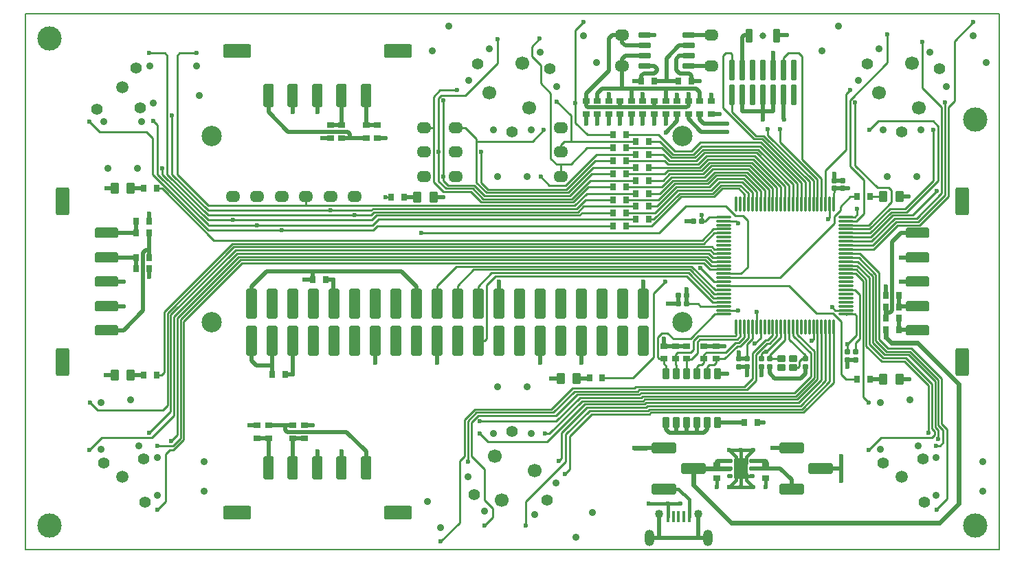
<source format=gbl>
G04*
G04 #@! TF.GenerationSoftware,Altium Limited,Altium Designer,19.0.10 (269)*
G04*
G04 Layer_Physical_Order=4*
G04 Layer_Color=16711680*
%FSLAX44Y44*%
%MOMM*%
G71*
G01*
G75*
%ADD14C,0.2000*%
%ADD16C,1.7000*%
%ADD17C,1.4000*%
%ADD19C,1.5000*%
%ADD20C,0.8000*%
%ADD21O,1.2000X2.0000*%
%ADD22C,1.0160*%
%ADD23C,2.5000*%
%ADD24C,3.0000*%
%ADD25C,0.2500*%
%ADD26C,0.5000*%
%ADD27C,0.6000*%
%ADD28C,0.8800*%
%ADD29O,1.8000X1.4000*%
%ADD30C,0.6000*%
G04:AMPARAMS|DCode=43|XSize=1.1mm|YSize=1.35mm|CornerRadius=0.1375mm|HoleSize=0mm|Usage=FLASHONLY|Rotation=180.000|XOffset=0mm|YOffset=0mm|HoleType=Round|Shape=RoundedRectangle|*
%AMROUNDEDRECTD43*
21,1,1.1000,1.0750,0,0,180.0*
21,1,0.8250,1.3500,0,0,180.0*
1,1,0.2750,-0.4125,0.5375*
1,1,0.2750,0.4125,0.5375*
1,1,0.2750,0.4125,-0.5375*
1,1,0.2750,-0.4125,-0.5375*
%
%ADD43ROUNDEDRECTD43*%
G04:AMPARAMS|DCode=44|XSize=0.75mm|YSize=0.9mm|CornerRadius=0.0938mm|HoleSize=0mm|Usage=FLASHONLY|Rotation=180.000|XOffset=0mm|YOffset=0mm|HoleType=Round|Shape=RoundedRectangle|*
%AMROUNDEDRECTD44*
21,1,0.7500,0.7125,0,0,180.0*
21,1,0.5625,0.9000,0,0,180.0*
1,1,0.1875,-0.2813,0.3563*
1,1,0.1875,0.2813,0.3563*
1,1,0.1875,0.2813,-0.3563*
1,1,0.1875,-0.2813,-0.3563*
%
%ADD44ROUNDEDRECTD44*%
G04:AMPARAMS|DCode=45|XSize=0.8mm|YSize=1.3mm|CornerRadius=0.1mm|HoleSize=0mm|Usage=FLASHONLY|Rotation=0.000|XOffset=0mm|YOffset=0mm|HoleType=Round|Shape=RoundedRectangle|*
%AMROUNDEDRECTD45*
21,1,0.8000,1.1000,0,0,0.0*
21,1,0.6000,1.3000,0,0,0.0*
1,1,0.2000,0.3000,-0.5500*
1,1,0.2000,-0.3000,-0.5500*
1,1,0.2000,-0.3000,0.5500*
1,1,0.2000,0.3000,0.5500*
%
%ADD45ROUNDEDRECTD45*%
G04:AMPARAMS|DCode=46|XSize=0.6mm|YSize=0.6mm|CornerRadius=0.075mm|HoleSize=0mm|Usage=FLASHONLY|Rotation=0.000|XOffset=0mm|YOffset=0mm|HoleType=Round|Shape=RoundedRectangle|*
%AMROUNDEDRECTD46*
21,1,0.6000,0.4500,0,0,0.0*
21,1,0.4500,0.6000,0,0,0.0*
1,1,0.1500,0.2250,-0.2250*
1,1,0.1500,-0.2250,-0.2250*
1,1,0.1500,-0.2250,0.2250*
1,1,0.1500,0.2250,0.2250*
%
%ADD46ROUNDEDRECTD46*%
G04:AMPARAMS|DCode=47|XSize=0.8mm|YSize=1.7mm|CornerRadius=0.1mm|HoleSize=0mm|Usage=FLASHONLY|Rotation=0.000|XOffset=0mm|YOffset=0mm|HoleType=Round|Shape=RoundedRectangle|*
%AMROUNDEDRECTD47*
21,1,0.8000,1.5000,0,0,0.0*
21,1,0.6000,1.7000,0,0,0.0*
1,1,0.2000,0.3000,-0.7500*
1,1,0.2000,-0.3000,-0.7500*
1,1,0.2000,-0.3000,0.7500*
1,1,0.2000,0.3000,0.7500*
%
%ADD47ROUNDEDRECTD47*%
G04:AMPARAMS|DCode=48|XSize=0.6mm|YSize=2.5mm|CornerRadius=0.075mm|HoleSize=0mm|Usage=FLASHONLY|Rotation=180.000|XOffset=0mm|YOffset=0mm|HoleType=Round|Shape=RoundedRectangle|*
%AMROUNDEDRECTD48*
21,1,0.6000,2.3500,0,0,180.0*
21,1,0.4500,2.5000,0,0,180.0*
1,1,0.1500,-0.2250,1.1750*
1,1,0.1500,0.2250,1.1750*
1,1,0.1500,0.2250,-1.1750*
1,1,0.1500,-0.2250,-1.1750*
%
%ADD48ROUNDEDRECTD48*%
G04:AMPARAMS|DCode=49|XSize=2.92mm|YSize=1.27mm|CornerRadius=0.1588mm|HoleSize=0mm|Usage=FLASHONLY|Rotation=180.000|XOffset=0mm|YOffset=0mm|HoleType=Round|Shape=RoundedRectangle|*
%AMROUNDEDRECTD49*
21,1,2.9200,0.9525,0,0,180.0*
21,1,2.6025,1.2700,0,0,180.0*
1,1,0.3175,-1.3013,0.4763*
1,1,0.3175,1.3013,0.4763*
1,1,0.3175,1.3013,-0.4763*
1,1,0.3175,-1.3013,-0.4763*
%
%ADD49ROUNDEDRECTD49*%
G04:AMPARAMS|DCode=50|XSize=3.43mm|YSize=1.65mm|CornerRadius=0.2063mm|HoleSize=0mm|Usage=FLASHONLY|Rotation=270.000|XOffset=0mm|YOffset=0mm|HoleType=Round|Shape=RoundedRectangle|*
%AMROUNDEDRECTD50*
21,1,3.4300,1.2375,0,0,270.0*
21,1,3.0175,1.6500,0,0,270.0*
1,1,0.4125,-0.6188,-1.5088*
1,1,0.4125,-0.6188,1.5088*
1,1,0.4125,0.6188,1.5088*
1,1,0.4125,0.6188,-1.5088*
%
%ADD50ROUNDEDRECTD50*%
G04:AMPARAMS|DCode=51|XSize=0.75mm|YSize=0.9mm|CornerRadius=0.0938mm|HoleSize=0mm|Usage=FLASHONLY|Rotation=90.000|XOffset=0mm|YOffset=0mm|HoleType=Round|Shape=RoundedRectangle|*
%AMROUNDEDRECTD51*
21,1,0.7500,0.7125,0,0,90.0*
21,1,0.5625,0.9000,0,0,90.0*
1,1,0.1875,0.3563,0.2813*
1,1,0.1875,0.3563,-0.2813*
1,1,0.1875,-0.3563,-0.2813*
1,1,0.1875,-0.3563,0.2813*
%
%ADD51ROUNDEDRECTD51*%
G04:AMPARAMS|DCode=52|XSize=0.6mm|YSize=0.5mm|CornerRadius=0.0625mm|HoleSize=0mm|Usage=FLASHONLY|Rotation=180.000|XOffset=0mm|YOffset=0mm|HoleType=Round|Shape=RoundedRectangle|*
%AMROUNDEDRECTD52*
21,1,0.6000,0.3750,0,0,180.0*
21,1,0.4750,0.5000,0,0,180.0*
1,1,0.1250,-0.2375,0.1875*
1,1,0.1250,0.2375,0.1875*
1,1,0.1250,0.2375,-0.1875*
1,1,0.1250,-0.2375,-0.1875*
%
%ADD52ROUNDEDRECTD52*%
G04:AMPARAMS|DCode=53|XSize=1.75mm|YSize=2.5mm|CornerRadius=0.2188mm|HoleSize=0mm|Usage=FLASHONLY|Rotation=0.000|XOffset=0mm|YOffset=0mm|HoleType=Round|Shape=RoundedRectangle|*
%AMROUNDEDRECTD53*
21,1,1.7500,2.0625,0,0,0.0*
21,1,1.3125,2.5000,0,0,0.0*
1,1,0.4375,0.6563,-1.0313*
1,1,0.4375,-0.6563,-1.0313*
1,1,0.4375,-0.6563,1.0313*
1,1,0.4375,0.6563,1.0313*
%
%ADD53ROUNDEDRECTD53*%
G04:AMPARAMS|DCode=54|XSize=1.3mm|YSize=3mm|CornerRadius=0.1625mm|HoleSize=0mm|Usage=FLASHONLY|Rotation=270.000|XOffset=0mm|YOffset=0mm|HoleType=Round|Shape=RoundedRectangle|*
%AMROUNDEDRECTD54*
21,1,1.3000,2.6750,0,0,270.0*
21,1,0.9750,3.0000,0,0,270.0*
1,1,0.3250,-1.3375,-0.4875*
1,1,0.3250,-1.3375,0.4875*
1,1,0.3250,1.3375,0.4875*
1,1,0.3250,1.3375,-0.4875*
%
%ADD54ROUNDEDRECTD54*%
G04:AMPARAMS|DCode=55|XSize=1.35mm|YSize=0.4mm|CornerRadius=0.05mm|HoleSize=0mm|Usage=FLASHONLY|Rotation=270.000|XOffset=0mm|YOffset=0mm|HoleType=Round|Shape=RoundedRectangle|*
%AMROUNDEDRECTD55*
21,1,1.3500,0.3000,0,0,270.0*
21,1,1.2500,0.4000,0,0,270.0*
1,1,0.1000,-0.1500,-0.6250*
1,1,0.1000,-0.1500,0.6250*
1,1,0.1000,0.1500,0.6250*
1,1,0.1000,0.1500,-0.6250*
%
%ADD55ROUNDEDRECTD55*%
G04:AMPARAMS|DCode=56|XSize=0.6mm|YSize=1.45mm|CornerRadius=0.075mm|HoleSize=0mm|Usage=FLASHONLY|Rotation=90.000|XOffset=0mm|YOffset=0mm|HoleType=Round|Shape=RoundedRectangle|*
%AMROUNDEDRECTD56*
21,1,0.6000,1.3000,0,0,90.0*
21,1,0.4500,1.4500,0,0,90.0*
1,1,0.1500,0.6500,0.2250*
1,1,0.1500,0.6500,-0.2250*
1,1,0.1500,-0.6500,-0.2250*
1,1,0.1500,-0.6500,0.2250*
%
%ADD56ROUNDEDRECTD56*%
G04:AMPARAMS|DCode=57|XSize=0.6mm|YSize=0.6mm|CornerRadius=0.075mm|HoleSize=0mm|Usage=FLASHONLY|Rotation=270.000|XOffset=0mm|YOffset=0mm|HoleType=Round|Shape=RoundedRectangle|*
%AMROUNDEDRECTD57*
21,1,0.6000,0.4500,0,0,270.0*
21,1,0.4500,0.6000,0,0,270.0*
1,1,0.1500,-0.2250,-0.2250*
1,1,0.1500,-0.2250,0.2250*
1,1,0.1500,0.2250,0.2250*
1,1,0.1500,0.2250,-0.2250*
%
%ADD57ROUNDEDRECTD57*%
G04:AMPARAMS|DCode=58|XSize=0.95mm|YSize=0.85mm|CornerRadius=0.1063mm|HoleSize=0mm|Usage=FLASHONLY|Rotation=0.000|XOffset=0mm|YOffset=0mm|HoleType=Round|Shape=RoundedRectangle|*
%AMROUNDEDRECTD58*
21,1,0.9500,0.6375,0,0,0.0*
21,1,0.7375,0.8500,0,0,0.0*
1,1,0.2125,0.3688,-0.3188*
1,1,0.2125,-0.3688,-0.3188*
1,1,0.2125,-0.3688,0.3188*
1,1,0.2125,0.3688,0.3188*
%
%ADD58ROUNDEDRECTD58*%
G04:AMPARAMS|DCode=59|XSize=1.3mm|YSize=3.7mm|CornerRadius=0.1625mm|HoleSize=0mm|Usage=FLASHONLY|Rotation=180.000|XOffset=0mm|YOffset=0mm|HoleType=Round|Shape=RoundedRectangle|*
%AMROUNDEDRECTD59*
21,1,1.3000,3.3750,0,0,180.0*
21,1,0.9750,3.7000,0,0,180.0*
1,1,0.3250,-0.4875,1.6875*
1,1,0.3250,0.4875,1.6875*
1,1,0.3250,0.4875,-1.6875*
1,1,0.3250,-0.4875,-1.6875*
%
%ADD59ROUNDEDRECTD59*%
G04:AMPARAMS|DCode=60|XSize=2.92mm|YSize=1.27mm|CornerRadius=0.1588mm|HoleSize=0mm|Usage=FLASHONLY|Rotation=270.000|XOffset=0mm|YOffset=0mm|HoleType=Round|Shape=RoundedRectangle|*
%AMROUNDEDRECTD60*
21,1,2.9200,0.9525,0,0,270.0*
21,1,2.6025,1.2700,0,0,270.0*
1,1,0.3175,-0.4763,-1.3013*
1,1,0.3175,-0.4763,1.3013*
1,1,0.3175,0.4763,1.3013*
1,1,0.3175,0.4763,-1.3013*
%
%ADD60ROUNDEDRECTD60*%
G04:AMPARAMS|DCode=61|XSize=3.43mm|YSize=1.65mm|CornerRadius=0.2063mm|HoleSize=0mm|Usage=FLASHONLY|Rotation=0.000|XOffset=0mm|YOffset=0mm|HoleType=Round|Shape=RoundedRectangle|*
%AMROUNDEDRECTD61*
21,1,3.4300,1.2375,0,0,0.0*
21,1,3.0175,1.6500,0,0,0.0*
1,1,0.4125,1.5088,-0.6188*
1,1,0.4125,-1.5088,-0.6188*
1,1,0.4125,-1.5088,0.6188*
1,1,0.4125,1.5088,0.6188*
%
%ADD61ROUNDEDRECTD61*%
G04:AMPARAMS|DCode=62|XSize=0.3mm|YSize=1.8mm|CornerRadius=0.0375mm|HoleSize=0mm|Usage=FLASHONLY|Rotation=0.000|XOffset=0mm|YOffset=0mm|HoleType=Round|Shape=RoundedRectangle|*
%AMROUNDEDRECTD62*
21,1,0.3000,1.7250,0,0,0.0*
21,1,0.2250,1.8000,0,0,0.0*
1,1,0.0750,0.1125,-0.8625*
1,1,0.0750,-0.1125,-0.8625*
1,1,0.0750,-0.1125,0.8625*
1,1,0.0750,0.1125,0.8625*
%
%ADD62ROUNDEDRECTD62*%
G04:AMPARAMS|DCode=63|XSize=0.3mm|YSize=1.8mm|CornerRadius=0.0375mm|HoleSize=0mm|Usage=FLASHONLY|Rotation=90.000|XOffset=0mm|YOffset=0mm|HoleType=Round|Shape=RoundedRectangle|*
%AMROUNDEDRECTD63*
21,1,0.3000,1.7250,0,0,90.0*
21,1,0.2250,1.8000,0,0,90.0*
1,1,0.0750,0.8625,0.1125*
1,1,0.0750,0.8625,-0.1125*
1,1,0.0750,-0.8625,-0.1125*
1,1,0.0750,-0.8625,0.1125*
%
%ADD63ROUNDEDRECTD63*%
%ADD64C,0.4000*%
D14*
X822999Y405000D02*
X823000Y405000D01*
X823001Y405000D01*
X762500Y-250D02*
X767500D01*
X842500D02*
X847750D01*
X0Y0D02*
Y660000D01*
X1200000D01*
X1200000Y0D01*
X0D02*
X1200000D01*
D16*
X587310Y60620D02*
D03*
X628060Y97330D02*
D03*
X578950Y115410D02*
D03*
X1092690Y599380D02*
D03*
X1051940Y562670D02*
D03*
X1101050Y544590D02*
D03*
X612690Y599380D02*
D03*
X571940Y562670D02*
D03*
X621050Y544590D02*
D03*
D17*
X600000Y145230D02*
D03*
X553440Y67290D02*
D03*
X642950Y61030D02*
D03*
X1056560Y106370D02*
D03*
X1107580Y58180D02*
D03*
X1105960Y112070D02*
D03*
X1080000Y514770D02*
D03*
X1126560Y592710D02*
D03*
X1037050Y598970D02*
D03*
X600000Y514770D02*
D03*
X646560Y592710D02*
D03*
X557050Y598970D02*
D03*
X96560Y106370D02*
D03*
X147580Y58180D02*
D03*
X145960Y112070D02*
D03*
X136370Y593440D02*
D03*
X88180Y542422D02*
D03*
X142070Y544040D02*
D03*
D19*
X1080000Y90000D02*
D03*
X120000D02*
D03*
Y570000D02*
D03*
D20*
X909000Y633000D02*
D03*
D21*
X769000Y14250D02*
D03*
X841000D02*
D03*
D22*
X780750Y44250D02*
D03*
X829250D02*
D03*
D23*
X810000Y510000D02*
D03*
X230000Y510000D02*
D03*
X810000Y280000D02*
D03*
X230000D02*
D03*
D24*
X1170000Y30000D02*
D03*
Y530000D02*
D03*
X30000Y30000D02*
D03*
Y630000D02*
D03*
D25*
X1050000Y446000D02*
X1063501D01*
X1067000Y442501D01*
Y428250D02*
Y442501D01*
X1038750Y400000D02*
X1067000Y428250D01*
X1033000Y414000D02*
Y455122D01*
X1024000Y405000D02*
X1033000Y414000D01*
X1011500Y405000D02*
X1024000D01*
X1016000Y472122D02*
X1033000Y455122D01*
X488000Y390000D02*
X781000D01*
X814262Y423262D01*
X503000Y520000D02*
Y558000D01*
X511000Y566000D01*
X532000D01*
X491000Y520000D02*
X503000D01*
Y453000D02*
Y520000D01*
Y453000D02*
X515125Y440875D01*
X549125D01*
X518080Y444920D02*
X551080D01*
X509000Y454000D02*
X518080Y444920D01*
X509000Y454000D02*
Y490000D01*
Y556132D01*
X512618Y559750D01*
X541750D01*
X515000Y460000D02*
Y554000D01*
Y455000D02*
Y460000D01*
X520896Y449103D02*
X552897D01*
X515000Y455000D02*
X520896Y449103D01*
X556000Y503000D02*
X625000D01*
X556000D02*
Y506000D01*
Y451994D02*
Y503000D01*
X554250Y507750D02*
X556000Y506000D01*
Y451994D02*
X567994Y440000D01*
X541872Y520128D02*
X554250Y507750D01*
X530000Y520128D02*
X541872D01*
X625000Y503000D02*
X639000Y517000D01*
X225498Y394000D02*
X428837D01*
X433837Y399000D01*
X157000Y462498D02*
X225498Y394000D01*
X256000Y406000D02*
X427100D01*
X225295D02*
X256000D01*
X225498Y412000D02*
X406000D01*
X426000D01*
X375927Y418000D02*
X410000D01*
X225579Y417919D02*
X375927D01*
X345846Y424000D02*
X677000D01*
X168501Y444999D02*
X232500Y381000D01*
X286000Y399869D02*
X428246Y400009D01*
X225695Y399810D02*
X286000Y399869D01*
X222000Y403498D02*
X225340Y400164D01*
X225334D02*
X225340D01*
X222000Y403498D02*
X225334Y400164D01*
X163000Y462498D02*
X222000Y403498D01*
X428246Y400009D02*
X435107Y406883D01*
X427100Y406000D02*
X432975Y411875D01*
X169000Y462295D02*
X225295Y406000D01*
X426000Y412000D02*
X429948Y415948D01*
X175000Y462498D02*
X225498Y412000D01*
X181000Y462498D02*
X225579Y417919D01*
X225498Y424000D02*
X345846D01*
X187000Y462498D02*
X225498Y424000D01*
X671000Y140000D02*
X698000Y167000D01*
X671000Y99000D02*
Y140000D01*
X665000Y93000D02*
X671000Y99000D01*
X666000Y142000D02*
X695000Y171000D01*
X666000Y108000D02*
Y142000D01*
X617000Y59000D02*
X666000Y108000D01*
X1130750Y131750D02*
Y147250D01*
X1127000Y128000D02*
X1130750Y131750D01*
X1122000Y128000D02*
X1127000D01*
X1125001Y152999D02*
X1130750Y147250D01*
X1125000Y136000D02*
Y147000D01*
X149000Y515000D02*
X157000Y507000D01*
Y462498D02*
Y507000D01*
X163000Y462498D02*
Y523000D01*
X158000Y528000D02*
X163000Y523000D01*
X169000Y462295D02*
Y470000D01*
X576060Y40060D02*
Y50970D01*
X566000Y61030D02*
X576060Y50970D01*
X566000Y61030D02*
Y99004D01*
X550000Y115004D02*
X566000Y99004D01*
Y30000D02*
X576060Y40060D01*
X535000Y33000D02*
Y109000D01*
X512000Y10000D02*
X535000Y33000D01*
Y109000D02*
X541000Y115000D01*
X444000Y434000D02*
X451000D01*
X849878Y290000D02*
X860500D01*
X819478Y259600D02*
X849878Y290000D01*
X798400Y259600D02*
X819478D01*
X779000Y236750D02*
Y262000D01*
X784000Y267000D02*
X791000D01*
X779000Y262000D02*
X784000Y267000D01*
X791000D02*
X798400Y259600D01*
X774000Y315560D02*
X788440Y330000D01*
X774000Y236825D02*
Y315560D01*
X748445Y211270D02*
X774000Y236825D01*
X711000Y211270D02*
X748445D01*
X779000Y236750D02*
X780750Y235000D01*
X787000D01*
X802000Y217050D02*
Y227278D01*
X801000Y228278D02*
X802000Y227278D01*
X801000Y228278D02*
Y235000D01*
X789000Y217250D02*
Y226500D01*
X787000Y228500D02*
X789000Y226500D01*
X787000Y228500D02*
Y235000D01*
X829000Y263000D02*
X874828D01*
X823030Y257030D02*
X829000Y263000D01*
X823030Y246030D02*
Y257030D01*
X820000Y243000D02*
X823030Y246030D01*
X814825Y234825D02*
X820825D01*
X828000Y242000D02*
Y256000D01*
X820825Y234825D02*
X828000Y242000D01*
X801000Y235000D02*
Y240000D01*
X804000Y243000D01*
X820000D01*
X831000Y259000D02*
X877000D01*
X828000Y256000D02*
X831000Y259000D01*
X839000Y243000D02*
X863000D01*
X836000Y240000D02*
X839000Y243000D01*
X836000Y235000D02*
Y240000D01*
Y230000D02*
Y235000D01*
X833500Y227500D02*
X836000Y230000D01*
X829850Y227500D02*
X833500D01*
X827350Y225000D02*
X829850Y227500D01*
X827350Y217000D02*
Y225000D01*
X851000Y230000D02*
Y235000D01*
X848500Y227500D02*
X851000Y230000D01*
X842550Y227500D02*
X848500D01*
X840000Y224950D02*
X842550Y227500D01*
X840000Y217050D02*
Y224950D01*
Y217050D02*
X840050Y217000D01*
X267000Y353000D02*
X835919D01*
X265000Y357000D02*
X838000D01*
X263000Y361000D02*
X840000D01*
X261000Y365000D02*
X841920D01*
X259000Y369000D02*
X844000D01*
X257000Y373000D02*
X846000D01*
X835920Y377000D02*
X848920Y390000D01*
X255000Y377000D02*
X835920D01*
X833919Y381000D02*
X847919Y395000D01*
X232500Y381000D02*
X833919D01*
X195300Y281300D02*
X267000Y353000D01*
X838000Y357000D02*
X845000Y350000D01*
X191300Y283300D02*
X265000Y357000D01*
X841920Y365000D02*
X846920Y360000D01*
X835919Y353000D02*
X843797Y345122D01*
X171300Y293300D02*
X255000Y377000D01*
X840000Y361000D02*
X846000Y355000D01*
X846000Y373000D02*
X849000Y370000D01*
X179300Y289300D02*
X259000Y369000D01*
X187300Y285300D02*
X263000Y361000D01*
X183300Y287300D02*
X261000Y365000D01*
X844000Y369000D02*
X848000Y365000D01*
X175300Y291300D02*
X257000Y373000D01*
X832000Y347000D02*
X848750Y330250D01*
X860250D01*
X860500Y330000D01*
X875000Y255000D02*
X879000D01*
X863000Y243000D02*
X875000Y255000D01*
X851000Y235000D02*
X861000D01*
X877000Y251000D02*
X881000D01*
X861000Y235000D02*
X877000Y251000D01*
X789000Y217250D02*
X789250Y217000D01*
X801950D02*
X802000Y217050D01*
X814825Y217175D02*
Y234825D01*
X814650Y217000D02*
X814825Y217175D01*
X1032000Y188000D02*
Y331000D01*
Y188000D02*
X1039000Y181000D01*
X678000Y526000D02*
Y558000D01*
X1061051Y244000D02*
X1090000D01*
X1048000Y257051D02*
X1061051Y244000D01*
X1048000Y257051D02*
Y339000D01*
X1122420Y49001D02*
X1136000Y62580D01*
X1063000Y248000D02*
X1092000D01*
X1052160Y258840D02*
X1063000Y248000D01*
X1052160Y258840D02*
Y340840D01*
X1059000Y240000D02*
X1088000D01*
X1044000Y255000D02*
X1059000Y240000D01*
X1044000Y255000D02*
Y336657D01*
X1057000Y236000D02*
X1085000D01*
X1040000Y253000D02*
X1057000Y236000D01*
X1040000Y253000D02*
Y335000D01*
X1055000Y232000D02*
X1083050D01*
X1036000Y251000D02*
X1055000Y232000D01*
X1036000Y251000D02*
Y333000D01*
X1023000Y340000D02*
X1032000Y331000D01*
X847919Y395000D02*
X860500D01*
X848920Y390000D02*
X860500D01*
X860000Y544000D02*
X898000Y506000D01*
X860000Y544000D02*
Y609100D01*
X898000Y506000D02*
X907990D01*
X860000Y609100D02*
X862878Y611978D01*
X868942D01*
X870900Y610020D01*
Y591240D02*
Y610020D01*
X678000Y526000D02*
X693000Y511000D01*
X678000Y558000D02*
Y640000D01*
X688000Y650000D01*
X659700Y490000D02*
Y498699D01*
X672195Y503000D02*
X752000D01*
X664000D02*
X672195D01*
X659700Y498699D02*
X664000Y503000D01*
X1013000Y243498D02*
Y253001D01*
X889001Y234995D02*
Y253001D01*
X1013000Y253001D02*
X1024000Y264001D01*
X1023000Y243996D02*
Y255000D01*
X1028000Y260000D01*
X1011001Y209999D02*
X1025000D01*
X1005000Y216000D02*
X1011001Y209999D01*
X1005000Y216000D02*
Y281000D01*
X995000Y291000D02*
X1005000Y281000D01*
X951001Y185000D02*
X976000Y209999D01*
X763000Y185000D02*
X951001D01*
X976000Y209999D02*
Y274500D01*
X959001Y169000D02*
X996000Y205999D01*
X771000Y169000D02*
X959001D01*
X769000Y167000D02*
X771000Y169000D01*
X996000Y205999D02*
Y274500D01*
X957001Y173000D02*
X991000Y206999D01*
Y274500D01*
X761084Y183084D02*
X763000Y185000D01*
X686084Y183084D02*
X761084D01*
X949000Y189000D02*
X972000Y212000D01*
X761000Y189000D02*
X949000D01*
X759084Y187084D02*
X761000Y189000D01*
X683173Y187084D02*
X759084D01*
X947343Y193000D02*
X968000Y213657D01*
X758501Y193000D02*
X947343D01*
X889001Y197000D02*
X900000Y207999D01*
X756585Y197000D02*
X889001D01*
X885995Y201000D02*
X896000Y211005D01*
X752178Y201000D02*
X885995D01*
X955001Y177000D02*
X986000Y207999D01*
Y274500D01*
X953001Y181000D02*
X981000Y208999D01*
Y274500D01*
X847000Y305000D02*
X860500D01*
X815000Y337000D02*
X847000Y305000D01*
X579500Y337000D02*
X815000D01*
X848000Y310000D02*
X860500D01*
X817000Y341000D02*
X848000Y310000D01*
X574650Y341000D02*
X817000D01*
X849000Y315000D02*
X860500D01*
X819000Y345000D02*
X849000Y315000D01*
X552700Y345000D02*
X819000D01*
X849920Y320000D02*
X860500D01*
X820920Y349000D02*
X849920Y320000D01*
X531550Y349000D02*
X820920D01*
X969000Y257140D02*
X971000Y259140D01*
Y274500D01*
X1125000Y455000D02*
Y521579D01*
X1086000Y416000D02*
X1125000Y455000D01*
X1067000Y416000D02*
X1086000D01*
X1119000Y455000D02*
Y517000D01*
X1084000Y420000D02*
X1119000Y455000D01*
X1065000Y420000D02*
X1084000D01*
X1022497Y473503D02*
X1050000Y446000D01*
X1022497Y473503D02*
Y551000D01*
X1016000Y472122D02*
Y554000D01*
X1011500Y492930D02*
Y561499D01*
X986000Y467430D02*
X1011500Y492930D01*
X986000Y425500D02*
Y467430D01*
X1145000Y626920D02*
X1168080Y650000D01*
X1145000Y553000D02*
Y626920D01*
X1062001Y600001D02*
Y635000D01*
X1016000Y554000D02*
X1062001Y600001D01*
X1016541Y435001D02*
X1025000D01*
X1004000Y422460D02*
X1016541Y435001D01*
X1004000Y418000D02*
Y422460D01*
X635000Y575000D02*
X647505Y562495D01*
X635000Y575000D02*
Y597000D01*
X624000Y607999D02*
X635000Y597000D01*
X624000Y607999D02*
Y620000D01*
X634000Y630000D01*
X672195Y503000D02*
Y534805D01*
X655000Y552000D02*
X672195Y534805D01*
X541750Y559750D02*
X581800Y599800D01*
X814262Y423262D02*
X862681D01*
X874675Y411268D01*
X884268D01*
X890000Y405536D01*
Y348000D02*
Y405536D01*
X882000Y340000D02*
X890000Y348000D01*
X860500Y340000D02*
X882000D01*
X860500Y335000D02*
X930000D01*
X941000Y325000D02*
X975000Y291000D01*
X860500Y325000D02*
X941000D01*
X1025000Y413000D02*
Y420000D01*
X1041000Y435000D02*
X1056999D01*
X930000Y335000D02*
X997000Y402000D01*
Y411000D01*
X1004000Y418000D01*
X1011500Y400000D02*
X1038750D01*
X541000Y115000D02*
Y160000D01*
X554000Y173000D02*
X648000D01*
X541000Y160000D02*
X554000Y173000D01*
X556000Y169000D02*
X650916D01*
X545470Y158470D02*
X556000Y169000D01*
X545470Y108000D02*
Y158470D01*
X550000Y157000D02*
X558000Y165000D01*
X550000Y115004D02*
Y157000D01*
X843797Y345122D02*
X860378D01*
X860500Y345000D01*
X845000Y350000D02*
X860500D01*
X846000Y355000D02*
X860500D01*
X860500Y355000D01*
X846920Y360000D02*
X860500D01*
X860500Y360000D01*
X848000Y365000D02*
X860500D01*
X849000Y370000D02*
X860500D01*
X860500Y370000D01*
X832000Y502000D02*
X906000D01*
X1137000Y435000D02*
Y545000D01*
X1102000Y400000D02*
X1137000Y435000D01*
X1074960Y400000D02*
X1102000D01*
X1133000Y437000D02*
Y551000D01*
X1100000Y404000D02*
X1133000Y437000D01*
X1073000Y404000D02*
X1100000D01*
X1129000Y439000D02*
Y545000D01*
X1098000Y408000D02*
X1129000Y439000D01*
X1070930Y408000D02*
X1098000D01*
X1105000Y569000D02*
X1129000Y545000D01*
X1105000Y569000D02*
Y626000D01*
X1137000Y545000D02*
X1145000Y553000D01*
X1093000Y412000D02*
X1123000Y442000D01*
X1069000Y412000D02*
X1093000D01*
X1040001Y517270D02*
X1050703Y527972D01*
X1118607D01*
X1125000Y521579D01*
X1040000Y395000D02*
X1065000Y420000D01*
X1044960Y370000D02*
X1074960Y400000D01*
X1011500Y370000D02*
X1044960D01*
X1044000Y375000D02*
X1073000Y404000D01*
X1011500Y375000D02*
X1044000D01*
X1042930Y380000D02*
X1070930Y408000D01*
X1011500Y380000D02*
X1042930D01*
X1042000Y385000D02*
X1069000Y412000D01*
X1011500Y385000D02*
X1042000D01*
X1041000Y390000D02*
X1067000Y416000D01*
X1011500Y390000D02*
X1041000D01*
X1011500Y395000D02*
X1040000D01*
X792001Y475000D02*
X829000D01*
X788000Y479000D02*
X792001Y475000D01*
X740000Y479000D02*
X788000D01*
X800001Y491000D02*
X821000D01*
X780001Y511000D02*
X800001Y491000D01*
X740000Y511000D02*
X780001D01*
X797971Y487000D02*
X823030D01*
X781971Y503000D02*
X797971Y487000D01*
X768000Y503000D02*
X781971D01*
X794001Y479000D02*
X827000D01*
X786001Y487000D02*
X794001Y479000D01*
X768000Y487000D02*
X786001D01*
X792000Y467000D02*
X833030D01*
X787999Y463000D02*
X792000Y467000D01*
X740000Y463000D02*
X787999D01*
X794000D02*
X835000D01*
X786000Y455000D02*
X794000Y463000D01*
X768000Y455000D02*
X786000D01*
X795994Y459000D02*
X837000D01*
X783914Y446920D02*
X795994Y459000D01*
X740000Y446920D02*
X783914D01*
X798000Y455000D02*
X839080D01*
X781919Y438919D02*
X798000Y455000D01*
X768000Y438919D02*
X781919D01*
X800000Y451000D02*
X841000D01*
X780000Y431000D02*
X800000Y451000D01*
X740000Y431000D02*
X780000D01*
X802000Y447000D02*
X843000D01*
X777999Y423000D02*
X802000Y447000D01*
X768000Y423000D02*
X777999D01*
X803919Y442919D02*
X844919D01*
X776000Y415000D02*
X803919Y442919D01*
X740000Y415000D02*
X776000D01*
X807919Y434919D02*
X848919D01*
X772000Y399000D02*
X807919Y434919D01*
X740000Y399000D02*
X772000D01*
X805962Y438919D02*
X846920D01*
X774044Y407000D02*
X805962Y438919D01*
X768000Y407000D02*
X774044D01*
X848919Y434919D02*
X859000Y445000D01*
X846920Y438919D02*
X857001Y449000D01*
X844919Y442919D02*
X855000Y453000D01*
X843000Y447000D02*
X853000Y457000D01*
X841000Y451000D02*
X851000Y461000D01*
X839080Y455000D02*
X849081Y465000D01*
X837000Y459000D02*
X847001Y469001D01*
X835000Y463000D02*
X845001Y473000D01*
X833030Y467000D02*
X843031Y477001D01*
X859000Y445000D02*
X879000D01*
X857001Y449000D02*
X881000D01*
X855000Y453000D02*
X883026D01*
X853000Y457000D02*
X885000D01*
X851000Y461000D02*
X887000D01*
X849081Y465000D02*
X889000D01*
X847001Y469001D02*
X891000D01*
X845001Y473000D02*
X893000D01*
X843031Y477001D02*
X895000D01*
X841001Y481001D02*
X897000D01*
X831000Y471000D02*
X841001Y481001D01*
X768000Y471000D02*
X831000D01*
X839000Y485000D02*
X899000D01*
X829000Y475000D02*
X839000Y485000D01*
X837001Y489001D02*
X901000D01*
X827000Y479000D02*
X837001Y489001D01*
X834931Y493000D02*
X903000D01*
X824931Y483000D02*
X834931Y493000D01*
X796001Y483000D02*
X824931D01*
X833030Y497001D02*
X905000D01*
X823030Y487000D02*
X833030Y497001D01*
X821000Y491000D02*
X832000Y502000D01*
X784001Y495000D02*
X796001Y483000D01*
X740000Y495000D02*
X784001D01*
X433837Y399000D02*
X724000D01*
X692378Y407000D02*
X752000D01*
X692369Y407009D02*
X692378Y407000D01*
X432975Y411875D02*
X683000D01*
X686125Y415000D01*
X724000D01*
X429948Y415948D02*
X681000D01*
X688052Y423000D01*
X752000D01*
X428292Y419948D02*
X679000D01*
X690052Y431000D01*
X724000D01*
X677000Y424000D02*
X691919Y438919D01*
X752000D01*
X562000Y428000D02*
X675000D01*
X693920Y446920D01*
X724000D01*
X564000Y432000D02*
X673000D01*
X696000Y455000D01*
X752000D01*
X566000Y436000D02*
X671000D01*
X698000Y463000D01*
X724000D01*
X567994Y440000D02*
X669000D01*
X700000Y471000D01*
X752000D01*
X570000Y444000D02*
X667000D01*
X702000Y479000D01*
X724000D01*
X645689Y449000D02*
X666000D01*
X704000Y487000D01*
X752000D01*
X660000Y475000D02*
X672195D01*
X654505D02*
X660000D01*
Y460001D02*
Y475000D01*
X647505Y482000D02*
Y562495D01*
Y482000D02*
X654505Y475000D01*
X672195D02*
X692195Y495000D01*
X724000D01*
X693000Y511000D02*
X724000D01*
X975000Y291000D02*
X995000D01*
X909998Y244000D02*
X913000D01*
X931000Y262000D01*
X907000Y241002D02*
X909998Y244000D01*
X931000Y262000D02*
Y274500D01*
X917000Y239245D02*
X936000Y258245D01*
Y274500D01*
X917000Y235000D02*
Y239245D01*
X926000Y263000D02*
Y274500D01*
X917000Y254000D02*
X926000Y263000D01*
X914000Y254000D02*
X917000D01*
X921000Y264000D02*
Y274500D01*
X915000Y258000D02*
X921000Y264000D01*
X912000Y258000D02*
X915000D01*
X900000Y240000D02*
X914000Y254000D01*
X900000Y207999D02*
Y240000D01*
X896000Y242000D02*
X912000Y258000D01*
X1092000Y248000D02*
X1129001Y210999D01*
X1013960Y444960D02*
X1014000Y444920D01*
X1007000Y445000D02*
X1007040Y444960D01*
X997000Y440000D02*
Y445000D01*
X997000Y445000D01*
X996000Y439000D02*
X997000Y440000D01*
X996000Y425500D02*
Y439000D01*
X961000Y235000D02*
Y239268D01*
X941000Y259268D02*
X961000Y239268D01*
X941000Y259268D02*
Y274500D01*
X917000Y234995D02*
X923000D01*
X899000Y253810D02*
X906000Y260810D01*
Y274500D01*
X1024000Y264001D02*
Y287790D01*
X896000Y260000D02*
Y274500D01*
X889001Y253001D02*
X896000Y260000D01*
X915000Y510770D02*
Y518000D01*
X930000Y502006D02*
Y518000D01*
X558000Y165000D02*
X654000D01*
X648000Y173000D02*
X674084Y199084D01*
X750262D01*
X677000Y195084D02*
X754669D01*
X650916Y169000D02*
X677000Y195084D01*
X680084Y191084D02*
X756585D01*
X654000Y165000D02*
X680084Y191084D01*
X654089Y158000D02*
X683173Y187084D01*
X560000Y158000D02*
X654089D01*
X957000Y481000D02*
Y608000D01*
X953023Y611978D02*
X957000Y608000D01*
X939977Y611978D02*
X953023D01*
X957000Y481000D02*
X981000Y457000D01*
X831931Y300000D02*
X860500D01*
X828931Y303000D02*
X831931Y300000D01*
X815140Y303000D02*
X828931D01*
X435107Y406883D02*
X692369Y407009D01*
X1129001Y154999D02*
X1136000Y148000D01*
Y62580D02*
Y148000D01*
X1121001Y150999D02*
X1125000Y147000D01*
X1013000Y562999D02*
X1016000Y565999D01*
X1011500Y561499D02*
X1013000Y562999D01*
X1028000Y365000D02*
X1052160Y340840D01*
X1027000Y360000D02*
X1048000Y339000D01*
X1043000Y337657D02*
X1044000Y336657D01*
X1025000Y350000D02*
X1040000Y335000D01*
X1024000Y345000D02*
X1036000Y333000D01*
X1022000Y320000D02*
X1028000Y314000D01*
Y260000D02*
Y314000D01*
X1021788Y290002D02*
X1024000Y287790D01*
X1026000Y355000D02*
X1043000Y338000D01*
Y337657D02*
Y338000D01*
X1011750Y290002D02*
X1021788D01*
X998000Y295000D02*
X1011500D01*
X994000Y299000D02*
X998000Y295000D01*
X1011500Y340000D02*
X1023000D01*
X410081Y418082D02*
X426425D01*
X428292Y419948D01*
X896000Y211005D02*
Y242000D01*
X907000Y235000D02*
Y241002D01*
X881000Y251000D02*
X891000Y261000D01*
X750262Y199084D02*
X752178Y201000D01*
X754669Y195084D02*
X756585Y197000D01*
Y191084D02*
X758501Y193000D01*
X698000Y167000D02*
X769000D01*
X695000Y171000D02*
X767000D01*
X769000Y173000D01*
X692084Y175084D02*
X765000D01*
X766916Y177000D01*
X689084Y179084D02*
X763000D01*
X764917Y181000D01*
X888786Y181000D01*
X766916Y177000D02*
X955001Y177000D01*
X888786Y181000D02*
X953001D01*
X769000Y173000D02*
X957001Y173000D01*
X380000Y303160D02*
X380300Y302860D01*
X583500Y330000D02*
X583500Y330000D01*
X761300Y330000D02*
X761300Y330000D01*
X532700Y325000D02*
X552700Y345000D01*
X833001Y405000D02*
X838001D01*
X833000Y405000D02*
X833001Y405000D01*
X838001D02*
X843000Y410000D01*
X860500D01*
X833000Y412000D02*
X833001Y412000D01*
X833000Y405000D02*
Y412000D01*
X875500Y405000D02*
X878000Y402500D01*
X860500Y405000D02*
X875500D01*
X1085000Y236000D02*
X1117001Y203999D01*
Y148999D02*
Y203999D01*
X1121001Y150999D02*
Y206999D01*
X1088000Y240000D02*
X1121001Y206999D01*
X1125001Y152999D02*
Y208999D01*
X1090000Y244000D02*
X1125001Y208999D01*
X1129001Y154999D02*
Y210999D01*
X1083050Y232000D02*
X1113001Y202049D01*
Y144000D02*
Y202049D01*
X1117001Y148999D02*
X1120000Y146000D01*
X954000Y232270D02*
X956730Y235000D01*
X954000Y225982D02*
Y232270D01*
X952268Y224250D02*
X954000Y225982D01*
X946250Y224250D02*
X952268D01*
X956730Y235000D02*
X961000D01*
X923000Y234995D02*
X923755Y235750D01*
X931750D01*
X917000Y234995D02*
Y235000D01*
X946250Y263596D02*
X968000Y241846D01*
X951250Y265064D02*
X972000Y244314D01*
X951250Y265064D02*
Y274250D01*
X951000Y274500D02*
X951250Y274250D01*
X946250Y263596D02*
Y274250D01*
X946000Y274500D02*
X946250Y274250D01*
X972000Y212000D02*
Y244314D01*
X968000Y213657D02*
Y241846D01*
X1011500Y320000D02*
X1022000D01*
X1011500Y290000D02*
X1011750Y289750D01*
X175300Y178000D02*
Y291300D01*
X169300Y172000D02*
X175300Y178000D01*
X89000Y172000D02*
X169300D01*
X195300Y135300D02*
Y281300D01*
X182342Y122342D02*
X195300Y135300D01*
X177978Y122342D02*
X182342D01*
X191300Y137168D02*
Y283300D01*
X182132Y128000D02*
X191300Y137168D01*
X163000Y128000D02*
X182132D01*
X187300Y141300D02*
Y285300D01*
X180000Y134000D02*
X187300Y141300D01*
X171300Y218300D02*
Y293300D01*
X168000Y215000D02*
X171300Y218300D01*
X162000Y215000D02*
X168000D01*
X558100Y324450D02*
X574650Y341000D01*
X532700Y302860D02*
Y325000D01*
X558100Y302860D02*
Y324450D01*
X507300Y324750D02*
X531550Y349000D01*
X507300Y302860D02*
Y324750D01*
X568500Y259600D02*
Y326000D01*
X566040Y257140D02*
X568500Y259600D01*
Y326000D02*
X579500Y337000D01*
X558100Y257140D02*
X566040D01*
X175000Y462498D02*
Y609000D01*
X172000Y612000D02*
X175000Y609000D01*
X153000Y612000D02*
X172000D01*
X190000D02*
X211000D01*
X187000Y609000D02*
X190000Y612000D01*
X187000Y462498D02*
Y609000D01*
X181000Y462498D02*
Y535000D01*
X549125Y440875D02*
X562000Y428000D01*
X551080Y444920D02*
X564000Y432000D01*
X552897Y449103D02*
X566000Y436000D01*
X561900Y452100D02*
X570000Y444000D01*
X561900Y452100D02*
Y490000D01*
X162243Y444999D02*
X168501D01*
X891000Y469001D02*
X916000Y444001D01*
X895000Y477001D02*
X926000Y446000D01*
X897000Y481001D02*
X931000Y447000D01*
X899000Y485000D02*
X936000Y448000D01*
X901000Y489001D02*
X941000Y449000D01*
X903000Y493000D02*
X946000Y450000D01*
X905000Y497001D02*
X951000Y451000D01*
X635000Y459689D02*
X645689Y449000D01*
X660000Y460001D02*
X660001Y460000D01*
X934400Y606400D02*
X939977Y611978D01*
X661000Y144000D02*
X692084Y175084D01*
X661000Y112497D02*
Y144000D01*
X645730Y142730D02*
X686084Y183084D01*
X640000Y142730D02*
X645730D01*
X643000Y133000D02*
X689084Y179084D01*
X570000Y133000D02*
X643000D01*
X617000Y30000D02*
Y59000D01*
X420000Y559650D02*
X420000Y559650D01*
X300000Y100350D02*
X300000Y100350D01*
X100350Y390000D02*
X100350Y390000D01*
X179300Y170300D02*
Y289300D01*
X153000Y144000D02*
X179300Y170300D01*
X345846Y424000D02*
Y434878D01*
X91580Y515000D02*
X149000D01*
X79000Y527580D02*
X91580Y515000D01*
X156000Y138000D02*
X183300Y165300D01*
X94000Y138000D02*
X156000D01*
X183300Y165300D02*
Y287300D01*
X560000Y143000D02*
X570000Y133000D01*
X130001Y214999D02*
X130002Y215000D01*
X130001Y444999D02*
X130002Y445000D01*
X635000Y459689D02*
X635000Y459689D01*
X845212Y633886D02*
X845362Y633736D01*
X817612Y634036D02*
X817762Y633886D01*
X845337Y595961D02*
X845362Y595986D01*
X817612Y595936D02*
X817637Y595961D01*
X1120000Y141000D02*
Y146000D01*
X981000Y425500D02*
Y457000D01*
X934400Y591240D02*
Y606400D01*
X930000Y502006D02*
X976000Y456006D01*
X915000Y510770D02*
X971000Y454770D01*
X976000Y425500D02*
Y456006D01*
X1013000Y562999D02*
Y563000D01*
X971000Y425500D02*
Y454770D01*
X1011500Y320000D02*
X1011500Y320000D01*
X1011500Y290000D02*
X1011502Y290002D01*
X900000Y510000D02*
X910000D01*
X870900Y539100D02*
X900000Y510000D01*
X870900Y539100D02*
Y560760D01*
X173000Y117365D02*
X177978Y122342D01*
X173000Y59580D02*
Y117365D01*
X1011500Y365000D02*
X1028000D01*
X1011500Y360000D02*
X1027000D01*
X1011500Y355000D02*
X1026000D01*
X1011500Y350000D02*
X1025000D01*
X1011500Y345000D02*
X1024000D01*
X891000Y261000D02*
Y274500D01*
X886000Y262000D02*
Y274500D01*
X879000Y255000D02*
X886000Y262000D01*
X881000Y263000D02*
Y274500D01*
X877000Y259000D02*
X881000Y263000D01*
X874828Y263000D02*
X876000Y264172D01*
Y274500D01*
X946250Y223250D02*
X946500Y223000D01*
X860497Y299997D02*
X860500Y300000D01*
X910000Y510000D02*
X966000Y454000D01*
X907990Y506000D02*
X961000Y452990D01*
X966000Y425500D02*
Y454000D01*
X961000Y425500D02*
Y452990D01*
X901000Y292500D02*
X901000Y292500D01*
Y274500D02*
Y292500D01*
X860500Y295000D02*
X878000D01*
X989000Y407500D02*
X991000Y409500D01*
Y425500D01*
X956000D02*
Y452000D01*
X906000Y502000D02*
X956000Y452000D01*
X951000Y425500D02*
Y451000D01*
X946000Y425500D02*
Y450000D01*
X941000Y425500D02*
Y449000D01*
X936000Y425500D02*
Y448000D01*
X931000Y425500D02*
Y447000D01*
X926000Y425500D02*
Y446000D01*
X921000Y425500D02*
Y445000D01*
X893000Y473000D02*
X921000Y445000D01*
X916000Y425500D02*
Y444001D01*
X911000Y425500D02*
Y443000D01*
X889000Y465000D02*
X911000Y443000D01*
X906000Y425500D02*
Y442000D01*
X887000Y461000D02*
X906000Y442000D01*
X901000Y425500D02*
Y441000D01*
X885000Y457000D02*
X901000Y441000D01*
X896000Y425500D02*
Y440026D01*
X883026Y453000D02*
X896000Y440026D01*
X881000Y449000D02*
X891000Y439000D01*
X879000Y445000D02*
X886000Y438000D01*
X891000Y425500D02*
Y439000D01*
X886000Y425500D02*
Y438000D01*
X876000Y425500D02*
X876000Y425500D01*
X891000Y425000D02*
Y425500D01*
X1022000Y410000D02*
X1025000Y413000D01*
X1011500Y410000D02*
X1022000D01*
X1056999Y435000D02*
X1057000Y435001D01*
X105972Y212250D02*
X105972Y212250D01*
X648320Y211000D02*
X648321Y210999D01*
X1117001Y138000D02*
X1120000Y141000D01*
X1039001Y123000D02*
X1054001Y138000D01*
X1117001D01*
X162419Y49000D02*
X173000Y59580D01*
X79000Y123000D02*
X94000Y138000D01*
X657503Y109000D02*
X661000Y112497D01*
X581800Y599800D02*
Y629000D01*
X80000Y181000D02*
X89000Y172000D01*
D26*
X820995Y577002D02*
Y584062D01*
X805750Y608620D02*
X817612D01*
X304100Y213999D02*
Y227000D01*
X831001Y561000D02*
Y563930D01*
Y552999D02*
Y561000D01*
X831000Y553000D02*
X831001Y552999D01*
X826931Y568000D02*
X831001Y563930D01*
X789250Y568000D02*
X826931D01*
X885934Y634000D02*
X892000D01*
X787000Y251000D02*
Y260000D01*
X926000Y634000D02*
X938000D01*
X845001Y552751D02*
Y560751D01*
X805786Y621336D02*
X817612D01*
X803001Y552751D02*
Y560751D01*
X775000Y577002D02*
X790000D01*
X851000Y251000D02*
X861000D01*
X861000Y251000D01*
X836000Y251000D02*
X851000D01*
X921000Y125000D02*
X921191Y125191D01*
X943791D01*
X902001Y157000D02*
X910000D01*
X939096Y210999D02*
X954999D01*
X923192D02*
X939096D01*
X879000Y235000D02*
Y243000D01*
Y235000D02*
X879000Y235000D01*
X801000Y251000D02*
X815000D01*
X787000D02*
X801000D01*
X787000Y251000D02*
X787000Y251000D01*
X815140Y313140D02*
Y321000D01*
X815000Y313000D02*
X815140Y313140D01*
X1089000Y210000D02*
X1089000Y210000D01*
X1077000Y210000D02*
X1089000D01*
X1076999Y209999D02*
X1077000Y210000D01*
X817375Y530556D02*
Y537000D01*
X832931Y515000D02*
X865000D01*
X817375Y530556D02*
X832931Y515000D01*
X739362Y608636D02*
X763112D01*
X705000Y553750D02*
X705750Y553000D01*
X739012Y621336D02*
X763112D01*
X835919Y525000D02*
X865000D01*
X845000Y537000D02*
X855000D01*
X852750Y157000D02*
X886001D01*
X864995Y217000D02*
X865000Y216994D01*
X852750Y217000D02*
X864995D01*
X789000Y567750D02*
X789250Y568000D01*
X789000Y553000D02*
Y567750D01*
X747000Y568000D02*
X789250D01*
X817001Y553001D02*
Y561000D01*
X817000Y553000D02*
X817001Y553001D01*
X1013000Y225000D02*
Y234000D01*
X503000Y434000D02*
X515000D01*
X502999Y434001D02*
X503000Y434000D01*
X482998D02*
X482999Y434001D01*
X467000Y434000D02*
X482998D01*
X817001Y547001D02*
Y552751D01*
X815000Y545000D02*
X817001Y547001D01*
X775000Y545000D02*
X815000D01*
X830931Y529988D02*
X835919Y525000D01*
X830931Y529988D02*
Y536931D01*
X400000Y507000D02*
Y512000D01*
X397000Y515000D02*
X400000Y512000D01*
X324000Y515000D02*
X397000D01*
X390000Y507000D02*
X400000D01*
X390000Y507000D02*
X390000Y507000D01*
X400000D02*
X420000D01*
X420000Y507000D01*
X434000Y507000D02*
X444000D01*
X153000Y404303D02*
Y414000D01*
Y336000D02*
Y346000D01*
X344000Y153000D02*
X354000D01*
X276000D02*
X286000D01*
X153000Y360000D02*
Y369000D01*
X145250Y294250D02*
Y366071D01*
X121000Y270000D02*
X145250Y294250D01*
X100350Y270000D02*
X121000D01*
X148179Y369000D02*
X153000D01*
X145250Y366071D02*
X148179Y369000D01*
X344000Y153000D02*
X344000Y153000D01*
X322448Y145000D02*
X396000D01*
X320000Y147448D02*
X322448Y145000D01*
X320000Y147448D02*
Y153000D01*
X420000Y100350D02*
Y121000D01*
X396000Y145000D02*
X420000Y121000D01*
X300000Y153000D02*
X320000D01*
X300000Y153000D02*
X300000Y153000D01*
X320000D02*
X330000D01*
X330000Y153000D01*
X153000Y346000D02*
X153000Y346000D01*
X300000Y539000D02*
X324000Y515000D01*
X366000Y507000D02*
X376000D01*
X376000Y507000D01*
X153000Y360000D02*
X153000Y360000D01*
Y369000D02*
Y390000D01*
X153000Y390000D02*
X153000Y390000D01*
X817750Y537000D02*
X819000Y535750D01*
X815000Y405000D02*
X822999D01*
X789000Y514000D02*
Y514000D01*
X1041000Y209999D02*
X1056999D01*
X1076000Y299000D02*
X1076500Y299500D01*
X1099150D01*
X1099650Y300000D01*
X1007040Y444960D02*
X1013960D01*
X997000Y455000D02*
Y463000D01*
Y455000D02*
X1007000D01*
X997000Y445000D02*
X1007000D01*
X815000Y313000D02*
X815000Y313000D01*
X907000Y215270D02*
Y225000D01*
X889001Y215270D02*
Y225000D01*
X879000D02*
X889001D01*
X879000Y235000D02*
X889001D01*
X921700Y591240D02*
Y612000D01*
X762750Y634050D02*
X775014D01*
X883600Y612000D02*
Y631666D01*
Y591240D02*
Y612000D01*
Y631666D02*
X885934Y634000D01*
X802972Y527972D02*
Y536972D01*
X789000Y514000D02*
X802972Y527972D01*
Y536972D02*
X803000Y537000D01*
X775014Y595986D02*
X778000Y593000D01*
X762786Y595986D02*
X775014D01*
X778000Y590000D02*
Y593000D01*
X775000Y587000D02*
X778000Y590000D01*
X762014Y587000D02*
X775000D01*
X759000Y583986D02*
X762014Y587000D01*
X759000Y576986D02*
Y583986D01*
X759000Y576986D02*
X759000Y576986D01*
X762750Y595950D02*
X762786Y595986D01*
X750000Y577002D02*
X758984D01*
X759000Y576986D01*
X821000Y577002D02*
X830500D01*
X789000Y525000D02*
Y537000D01*
X775000Y525000D02*
Y537000D01*
X761000Y525000D02*
Y537000D01*
X747000Y525000D02*
Y537000D01*
X733000Y525000D02*
Y537000D01*
X719000Y525000D02*
Y537000D01*
X705000Y525000D02*
Y537000D01*
X691000Y525000D02*
Y537000D01*
X733000Y545000D02*
X775000D01*
Y553000D01*
X693000Y545000D02*
X733000D01*
Y553000D01*
X691000Y547000D02*
Y553000D01*
Y547000D02*
X693000Y545000D01*
X705000Y553000D02*
X705750D01*
X735362Y568000D02*
X747000D01*
Y553000D02*
Y568000D01*
X735362D02*
Y595986D01*
X711000Y568000D02*
X735362D01*
X705000Y562000D02*
X711000Y568000D01*
X830931Y536931D02*
X831000Y537000D01*
X705000Y553750D02*
Y562000D01*
X719000Y589986D02*
Y630000D01*
X691000Y561986D02*
X719000Y589986D01*
X691000Y553000D02*
Y561986D01*
X719000Y630000D02*
X722936Y633936D01*
X735362D01*
X761000Y553000D02*
Y561000D01*
X719000Y553000D02*
Y561000D01*
X434000Y507000D02*
X434050Y507050D01*
X1060000Y292000D02*
Y299000D01*
Y285000D02*
Y292000D01*
X1068250Y294929D02*
Y379250D01*
X1079000Y390000D01*
X1065321Y292000D02*
X1068250Y294929D01*
X1060000Y292000D02*
X1065321D01*
X1076000Y271000D02*
X1076500Y270500D01*
X1099150D01*
X1099650Y270000D01*
X1076000Y271000D02*
Y285000D01*
X1060000Y313000D02*
Y324000D01*
X1076000Y299000D02*
Y313000D01*
X1079000Y390000D02*
X1099650D01*
X1079000Y360000D02*
X1099650D01*
X1099650Y360000D01*
X1079000Y330000D02*
X1099650D01*
X463000Y343000D02*
X481900Y324100D01*
X583500Y302860D02*
Y330000D01*
X507300Y230000D02*
Y257140D01*
X685100Y230000D02*
Y257140D01*
X354000Y343000D02*
X463000D01*
X481900Y302860D02*
Y324100D01*
X761300Y302860D02*
Y330000D01*
X278697Y324147D02*
X297550Y343000D01*
X634300Y230000D02*
Y257140D01*
X278697Y302863D02*
Y324147D01*
X431100Y230000D02*
Y257140D01*
X297550Y343000D02*
X354000D01*
X278697Y302863D02*
X278700Y302860D01*
X792000Y302860D02*
X805000D01*
Y313000D01*
X815000Y302860D02*
Y313000D01*
Y302860D02*
X815140Y303000D01*
X961000Y217000D02*
Y225000D01*
X954999Y210999D02*
X961000Y217000D01*
X917000Y217191D02*
X923192Y210999D01*
X917000Y217191D02*
Y225000D01*
X1013000Y234000D02*
X1013000Y234000D01*
X1013000Y234000D01*
X1023000D01*
X1023000Y234001D01*
X839878Y148000D02*
Y152270D01*
X801778Y144000D02*
Y152270D01*
X814478Y144000D02*
Y152270D01*
X789078Y148172D02*
Y152270D01*
Y148172D02*
X793250Y144000D01*
X801778D01*
X835878D02*
X839878Y148000D01*
X827178Y144000D02*
X835878D01*
X814478D02*
X827178D01*
X801778D02*
X814478D01*
X765191Y125191D02*
X786779D01*
X765000Y125000D02*
X765191Y125191D01*
X786779D02*
X787000Y125412D01*
X895500Y100012D02*
X929988D01*
X944000Y74950D02*
Y86000D01*
X929988Y100012D02*
X944000Y86000D01*
X943791Y125191D02*
X944000Y125400D01*
X852000Y108000D02*
X853512Y109512D01*
X868500D01*
X911488D02*
X913000Y108000D01*
X895500Y109512D02*
X911488D01*
X1005000Y100000D02*
Y115000D01*
Y85000D02*
Y100000D01*
X980000D02*
X1005000D01*
X944000Y74950D02*
X944000Y74950D01*
X790000Y577002D02*
Y605550D01*
X805786Y621336D01*
X802000Y590970D02*
Y604870D01*
Y590970D02*
X806000Y586970D01*
X818087D01*
X802000Y604870D02*
X805750Y608620D01*
X790000Y577002D02*
X805000D01*
X735362Y604636D02*
X739362Y608636D01*
X735362Y595986D02*
Y604636D01*
X818087Y586970D02*
X820995Y584062D01*
X694865Y211135D02*
X695000Y211270D01*
X679536Y211135D02*
X694865D01*
X679401Y210999D02*
X679536Y211135D01*
X648320Y211000D02*
X659400D01*
X659401Y210999D01*
X130002Y215000D02*
X146000D01*
X934400Y530600D02*
Y560760D01*
Y530600D02*
X935000Y530000D01*
X921700Y540000D02*
Y560760D01*
X909000Y540000D02*
X921700D01*
X100000Y445000D02*
X100000Y445000D01*
X110000D01*
X110001Y444999D01*
X827178Y144000D02*
Y152270D01*
X376000Y523000D02*
X390000D01*
X360000Y539000D02*
Y559650D01*
X330000Y559650D02*
X330000Y559650D01*
X330000Y539000D02*
Y559650D01*
X300000Y539000D02*
Y559650D01*
X420000Y539000D02*
Y559650D01*
X390000Y539000D02*
Y559650D01*
Y523000D02*
Y539000D01*
X420000Y523000D02*
Y539000D01*
Y523000D02*
X434000D01*
X360000Y100350D02*
Y121000D01*
X390000Y100350D02*
X390000Y100350D01*
Y121000D01*
X300000Y100350D02*
Y121000D01*
X330000Y100350D02*
Y121000D01*
Y137000D01*
X300000Y121000D02*
Y137000D01*
X330000D02*
X344000D01*
X286000D02*
X300000D01*
X100350Y330000D02*
X121000D01*
X100350Y300000D02*
X100350Y300000D01*
X121000D01*
X100350Y390000D02*
X121000D01*
X100350Y360000D02*
X121000D01*
X137000D01*
X121000Y390000D02*
X137000D01*
Y346000D02*
Y360000D01*
Y390000D02*
Y404000D01*
X320000Y216000D02*
X330000D01*
Y256640D01*
X329500Y257140D02*
X330000Y256640D01*
X370000Y333000D02*
X379919D01*
X380000Y332919D01*
Y303160D02*
Y332919D01*
X354000Y333000D02*
Y343000D01*
X344000Y333000D02*
X354000D01*
X284997Y227000D02*
X304100D01*
X278997Y233000D02*
X284997Y227000D01*
X278997Y233000D02*
Y256843D01*
X99000Y215000D02*
X99000Y215000D01*
X110000D01*
X110001Y214999D01*
X130002Y445000D02*
X146243D01*
X735362Y624986D02*
Y633936D01*
Y624986D02*
X739012Y621336D01*
X817762Y633886D02*
X845212D01*
X817637Y595961D02*
X845337D01*
X304100Y227000D02*
Y257140D01*
X909000Y530000D02*
Y540000D01*
X780750Y14250D02*
X829250D01*
X769000D02*
X780750D01*
Y44250D01*
X829250Y14250D02*
X841000D01*
X829250D02*
Y44250D01*
X883600Y540000D02*
X909000D01*
X883600D02*
Y560760D01*
X909000Y540000D02*
Y560760D01*
X1077000Y435001D02*
X1088001D01*
X278700Y257140D02*
X278997Y256843D01*
D27*
X823000Y100012D02*
X868500D01*
X750000Y125191D02*
X765191D01*
X1150000Y57000D02*
Y204000D01*
X1099000Y255000D02*
X1150000Y204000D01*
X1067000Y255000D02*
X1099000D01*
X1060000Y262000D02*
X1067000Y255000D01*
X1060000Y262000D02*
Y271000D01*
X823000Y79912D02*
Y100012D01*
Y79912D02*
X869841Y33071D01*
X1126071D01*
X1150000Y57000D01*
D28*
X618200Y200310D02*
D03*
X581800D02*
D03*
X576700Y142730D02*
D03*
X623300D02*
D03*
X545470Y89330D02*
D03*
X495960Y59510D02*
D03*
X511920Y26790D02*
D03*
X565900Y47450D02*
D03*
X627840Y43110D02*
D03*
X653900Y81750D02*
D03*
X678430Y15150D02*
D03*
X698780Y45320D02*
D03*
X1090000Y184560D02*
D03*
X1053730Y181390D02*
D03*
X1100090Y127650D02*
D03*
X1053670Y123590D02*
D03*
X1122420Y113300D02*
D03*
X1180000Y108200D02*
D03*
Y71800D02*
D03*
X1122420Y66700D02*
D03*
X1061800Y459690D02*
D03*
X1098200D02*
D03*
X1103300Y517270D02*
D03*
X1056700D02*
D03*
X1134530Y570670D02*
D03*
X1184040Y600490D02*
D03*
X1168080Y633210D02*
D03*
X1114100Y612550D02*
D03*
X1052160Y616890D02*
D03*
X1026100Y578250D02*
D03*
X1001570Y644850D02*
D03*
X981220Y614680D02*
D03*
X581800Y459690D02*
D03*
X618200D02*
D03*
X623300Y517270D02*
D03*
X576700D02*
D03*
X654530Y570670D02*
D03*
X704040Y600490D02*
D03*
X688080Y633210D02*
D03*
X634100Y612550D02*
D03*
X572160Y616890D02*
D03*
X546100Y578250D02*
D03*
X521570Y644850D02*
D03*
X501220Y614680D02*
D03*
X130000Y184560D02*
D03*
X93730Y181390D02*
D03*
X140090Y127650D02*
D03*
X93670Y123590D02*
D03*
X162420Y113300D02*
D03*
X220000Y108200D02*
D03*
Y71800D02*
D03*
X162420Y66700D02*
D03*
X214562Y560000D02*
D03*
X211389Y596270D02*
D03*
X157650Y549910D02*
D03*
X153590Y596330D02*
D03*
X143300Y527580D02*
D03*
X138200Y469999D02*
D03*
X101801Y470000D02*
D03*
X96701Y527580D02*
D03*
D29*
X735362Y595986D02*
D03*
Y633936D02*
D03*
X845362Y633736D02*
D03*
X660000Y520000D02*
D03*
Y460001D02*
D03*
X659700Y490000D02*
D03*
X530000Y460000D02*
D03*
Y490000D02*
D03*
Y520128D02*
D03*
X491000Y460001D02*
D03*
Y490000D02*
D03*
Y520000D02*
D03*
X375846Y434919D02*
D03*
X405846D02*
D03*
X345846Y434878D02*
D03*
X285849Y434919D02*
D03*
X315846D02*
D03*
X255927D02*
D03*
X845362Y595986D02*
D03*
D30*
X768000Y57000D02*
D03*
X488000Y390000D02*
D03*
X509000Y490000D02*
D03*
X515000Y554000D02*
D03*
Y460000D02*
D03*
X532000Y566000D02*
D03*
X561899Y490000D02*
D03*
X315846Y394000D02*
D03*
X256000Y406000D02*
D03*
X406000Y412000D02*
D03*
X375927Y417919D02*
D03*
X286000Y400000D02*
D03*
X1122000Y128000D02*
D03*
X1125000Y136000D02*
D03*
X831001Y561000D02*
D03*
X169000Y470000D02*
D03*
X566000Y30000D02*
D03*
X512000Y10000D02*
D03*
X444000Y434000D02*
D03*
X1068250Y368000D02*
D03*
X788440Y330000D02*
D03*
X787000Y260000D02*
D03*
X861000Y251000D02*
D03*
X910000Y157000D02*
D03*
X832000Y347000D02*
D03*
X879000Y243000D02*
D03*
X815140Y321000D02*
D03*
X865000Y515000D02*
D03*
Y525000D02*
D03*
X855000Y537000D02*
D03*
X1060000Y262000D02*
D03*
X678000Y550000D02*
D03*
X688000Y650000D02*
D03*
X865000Y216994D02*
D03*
X803001Y560751D02*
D03*
X817001Y561000D02*
D03*
X1013000Y253001D02*
D03*
Y225000D02*
D03*
X969000Y257140D02*
D03*
X515000Y434000D02*
D03*
X1168080Y650000D02*
D03*
X1062001Y635000D02*
D03*
X639000Y517000D02*
D03*
X634000Y630000D02*
D03*
X655000Y552000D02*
D03*
X1025000Y420000D02*
D03*
X400000Y507000D02*
D03*
X444000D02*
D03*
X153000Y414000D02*
D03*
Y336000D02*
D03*
X354000Y153000D02*
D03*
X276000D02*
D03*
X320000D02*
D03*
X366000Y507000D02*
D03*
X153000Y369000D02*
D03*
X545470Y108000D02*
D03*
X1133000Y551000D02*
D03*
X1123000Y442000D02*
D03*
X815000Y405000D02*
D03*
X789000Y514000D02*
D03*
X1105000Y626000D02*
D03*
X913000Y244000D02*
D03*
X1014000Y444920D02*
D03*
X899000Y253810D02*
D03*
X921700Y612000D02*
D03*
X775014Y634050D02*
D03*
X883600Y612000D02*
D03*
X915000Y518000D02*
D03*
X930000D02*
D03*
X750000Y577002D02*
D03*
X790000D02*
D03*
X830500D02*
D03*
X789000Y525000D02*
D03*
X775000D02*
D03*
X761000D02*
D03*
X747000D02*
D03*
X733000D02*
D03*
X719000D02*
D03*
X705000D02*
D03*
X691000D02*
D03*
X845001Y560751D02*
D03*
X761000Y561000D02*
D03*
X719000Y561000D02*
D03*
X560000Y158000D02*
D03*
X1088001Y435001D02*
D03*
X1060000Y324000D02*
D03*
X1079000Y360000D02*
D03*
Y330000D02*
D03*
X1039000Y181000D02*
D03*
X1119000Y517000D02*
D03*
X997000Y463000D02*
D03*
X994000Y299000D02*
D03*
X907000Y215270D02*
D03*
X583500Y330000D02*
D03*
X634300Y230000D02*
D03*
X431100D02*
D03*
X761300Y330000D02*
D03*
X507300Y230000D02*
D03*
X685100D02*
D03*
X833001Y412000D02*
D03*
X878000Y402500D02*
D03*
X792000Y302860D02*
D03*
X939096Y210999D02*
D03*
X814478Y144000D02*
D03*
X765000Y125000D02*
D03*
X750000D02*
D03*
X665000Y93000D02*
D03*
X180000Y134000D02*
D03*
X882000Y77000D02*
D03*
X897000D02*
D03*
X867000Y123000D02*
D03*
X897000D02*
D03*
X867000Y77000D02*
D03*
X912000D02*
D03*
X852000D02*
D03*
X882000Y123000D02*
D03*
X1005000Y85000D02*
D03*
Y115000D02*
D03*
Y100000D02*
D03*
X921000Y125000D02*
D03*
X792000Y57000D02*
D03*
X807000D02*
D03*
X889001Y215270D02*
D03*
X181000Y535000D02*
D03*
X938000Y634000D02*
D03*
X935000Y530000D02*
D03*
X100000Y445000D02*
D03*
X617000Y30000D02*
D03*
X360000Y539000D02*
D03*
X330000D02*
D03*
X360000Y121000D02*
D03*
X390000D02*
D03*
X121000Y330000D02*
D03*
Y300000D02*
D03*
X330000Y216000D02*
D03*
X304100Y227000D02*
D03*
X379919Y333000D02*
D03*
X344000D02*
D03*
X163000Y128000D02*
D03*
X211000Y612000D02*
D03*
X153000Y144000D02*
D03*
X560000Y143000D02*
D03*
X909000Y530000D02*
D03*
X901000Y292500D02*
D03*
X878000Y295000D02*
D03*
X989000Y407500D02*
D03*
X99000Y215000D02*
D03*
X648320Y211000D02*
D03*
X1089000Y210000D02*
D03*
X1039001Y123000D02*
D03*
X1122749Y49000D02*
D03*
X1113001Y144000D02*
D03*
X158000Y528000D02*
D03*
X640000Y142730D02*
D03*
X657503Y109000D02*
D03*
X581800Y629000D02*
D03*
X635000Y459689D02*
D03*
Y459690D02*
D03*
X1022497Y551000D02*
D03*
X1040000Y517270D02*
D03*
X1016000Y565999D02*
D03*
X153000Y612000D02*
D03*
X79000Y527580D02*
D03*
X162419Y49000D02*
D03*
X80000Y181000D02*
D03*
X79000Y123000D02*
D03*
D43*
X502999Y434001D02*
D03*
X482999D02*
D03*
X659401Y210999D02*
D03*
X679401D02*
D03*
X1077000Y435001D02*
D03*
X1057000D02*
D03*
X1076999Y209999D02*
D03*
X1056999D02*
D03*
X110001Y444999D02*
D03*
X130001D02*
D03*
X110001Y214999D02*
D03*
X130001Y214999D02*
D03*
D44*
X451000Y434000D02*
D03*
X467000D02*
D03*
X1025000Y210000D02*
D03*
X1041000D02*
D03*
X724000Y511000D02*
D03*
X740000D02*
D03*
Y495000D02*
D03*
X724000D02*
D03*
Y479000D02*
D03*
X740000D02*
D03*
X724000Y463000D02*
D03*
X740000D02*
D03*
Y446920D02*
D03*
X724000D02*
D03*
Y431000D02*
D03*
X740000D02*
D03*
X724000Y415000D02*
D03*
X740000D02*
D03*
Y399000D02*
D03*
X724000D02*
D03*
X752000Y503000D02*
D03*
X768000D02*
D03*
X752000Y487000D02*
D03*
X768000D02*
D03*
Y471000D02*
D03*
X752000D02*
D03*
Y455000D02*
D03*
X768000D02*
D03*
X752000Y438919D02*
D03*
X768000D02*
D03*
Y423000D02*
D03*
X752000D02*
D03*
X711000Y211270D02*
D03*
X695000D02*
D03*
X1025000Y435000D02*
D03*
X1041000D02*
D03*
X752000Y407000D02*
D03*
X768000D02*
D03*
X1076000Y313000D02*
D03*
X1060000D02*
D03*
X1076000Y285000D02*
D03*
X1060000D02*
D03*
X1076000Y271000D02*
D03*
X1060000D02*
D03*
X1076000Y299000D02*
D03*
X1060000D02*
D03*
X137000Y346000D02*
D03*
X153000D02*
D03*
X137000Y404303D02*
D03*
X153000D02*
D03*
X902001Y157000D02*
D03*
X886001D02*
D03*
X146000Y215000D02*
D03*
X162000D02*
D03*
X146243Y444999D02*
D03*
X162243D02*
D03*
X759000Y576986D02*
D03*
X775000D02*
D03*
X821000Y577002D02*
D03*
X805000D02*
D03*
X136997Y360000D02*
D03*
X152997D02*
D03*
X354000Y333000D02*
D03*
X370000D02*
D03*
X320000Y216000D02*
D03*
X304000D02*
D03*
X137000Y390081D02*
D03*
X153000D02*
D03*
D45*
X827350Y217000D02*
D03*
X814650D02*
D03*
Y157000D02*
D03*
X827350D02*
D03*
X801950D02*
D03*
X789250D02*
D03*
Y217000D02*
D03*
X801950D02*
D03*
X852750Y157000D02*
D03*
X840050D02*
D03*
Y217000D02*
D03*
X852750D02*
D03*
D46*
X815000Y302860D02*
D03*
X805000Y302860D02*
D03*
X815000Y313000D02*
D03*
X805000Y313000D02*
D03*
X833000Y405000D02*
D03*
X823001Y405000D02*
D03*
D47*
X926000Y633000D02*
D03*
X892000D02*
D03*
D48*
X909000Y560760D02*
D03*
X896300D02*
D03*
X947100D02*
D03*
X934400D02*
D03*
X921700D02*
D03*
Y591240D02*
D03*
X934400D02*
D03*
X947100D02*
D03*
X896300D02*
D03*
X909000D02*
D03*
X883600Y560760D02*
D03*
X870900D02*
D03*
X883600Y591240D02*
D03*
X870900D02*
D03*
D49*
X1099650Y270000D02*
D03*
Y300000D02*
D03*
Y330000D02*
D03*
Y360000D02*
D03*
Y390000D02*
D03*
X100350D02*
D03*
Y360000D02*
D03*
Y330000D02*
D03*
Y300000D02*
D03*
Y270000D02*
D03*
D50*
X1154350Y231150D02*
D03*
Y428850D02*
D03*
X45650D02*
D03*
Y231150D02*
D03*
D51*
X831000Y553000D02*
D03*
Y537000D02*
D03*
X912000Y88000D02*
D03*
Y104000D02*
D03*
X852000Y88000D02*
D03*
Y104000D02*
D03*
X817000Y537000D02*
D03*
Y553000D02*
D03*
X845000Y537000D02*
D03*
Y553000D02*
D03*
X803000Y537000D02*
D03*
Y553000D02*
D03*
X719000Y537000D02*
D03*
Y553000D02*
D03*
X705000Y537000D02*
D03*
Y553000D02*
D03*
X789000Y537000D02*
D03*
Y553000D02*
D03*
X691000Y537000D02*
D03*
Y553000D02*
D03*
X775000Y537000D02*
D03*
Y553000D02*
D03*
X376000Y523000D02*
D03*
Y507000D02*
D03*
X344000Y137000D02*
D03*
Y153000D02*
D03*
X434000Y523000D02*
D03*
Y507000D02*
D03*
X286000Y137000D02*
D03*
Y153000D02*
D03*
X761000Y537000D02*
D03*
Y553000D02*
D03*
X747000Y537000D02*
D03*
Y553000D02*
D03*
X733000Y537000D02*
D03*
Y553000D02*
D03*
X851000Y235000D02*
D03*
Y251000D02*
D03*
X836000Y235000D02*
D03*
Y251000D02*
D03*
X815000Y235000D02*
D03*
Y251000D02*
D03*
X801000Y235000D02*
D03*
Y251000D02*
D03*
X787000Y235000D02*
D03*
Y251000D02*
D03*
X390000Y523000D02*
D03*
Y507000D02*
D03*
X420000Y523000D02*
D03*
Y507000D02*
D03*
X300000Y137000D02*
D03*
Y153000D02*
D03*
X330000Y137000D02*
D03*
Y153000D02*
D03*
D52*
X895500Y109512D02*
D03*
Y100012D02*
D03*
Y90512D02*
D03*
X868500D02*
D03*
Y100012D02*
D03*
Y109512D02*
D03*
D53*
X882000Y100012D02*
D03*
D54*
X944000Y125400D02*
D03*
Y74600D02*
D03*
X980000Y100000D02*
D03*
X787000Y125412D02*
D03*
Y74612D02*
D03*
X823000Y100012D02*
D03*
D55*
X805000Y41000D02*
D03*
X798500D02*
D03*
X792000D02*
D03*
X811500D02*
D03*
X818000D02*
D03*
D56*
X817250Y634050D02*
D03*
Y621350D02*
D03*
Y608650D02*
D03*
Y595950D02*
D03*
X762750Y634050D02*
D03*
Y621350D02*
D03*
Y608650D02*
D03*
Y595950D02*
D03*
D57*
X1007000Y455000D02*
D03*
X1007000Y445000D02*
D03*
X961000Y235000D02*
D03*
X961000Y225000D02*
D03*
X917000Y235000D02*
D03*
X917000Y225000D02*
D03*
X907000D02*
D03*
X907000Y235000D02*
D03*
X1023000Y234001D02*
D03*
X1023000Y243996D02*
D03*
X1013000Y234000D02*
D03*
X1013000Y244000D02*
D03*
X997000Y455000D02*
D03*
X997000Y445000D02*
D03*
X889001Y225000D02*
D03*
X889001Y235000D02*
D03*
X879000Y225000D02*
D03*
X879000Y235000D02*
D03*
D58*
X931750Y235750D02*
D03*
X946250Y224250D02*
D03*
X931750D02*
D03*
X946250Y235750D02*
D03*
D59*
X685100Y257140D02*
D03*
X710500Y257140D02*
D03*
X761300Y257140D02*
D03*
X735900Y257140D02*
D03*
X685100Y302860D02*
D03*
X710500Y302860D02*
D03*
X761300Y302860D02*
D03*
X735900Y302860D02*
D03*
X481900Y257140D02*
D03*
X507300D02*
D03*
X456500Y257140D02*
D03*
X431100Y257140D02*
D03*
X354900Y257140D02*
D03*
X380300D02*
D03*
X278700Y257140D02*
D03*
X304100Y257140D02*
D03*
X329500Y257140D02*
D03*
X405700Y257140D02*
D03*
X634300Y302860D02*
D03*
X659700Y302860D02*
D03*
X608900Y302860D02*
D03*
X583500D02*
D03*
X532700Y302860D02*
D03*
X558100Y302860D02*
D03*
X405700Y302860D02*
D03*
X329500D02*
D03*
X304100Y302860D02*
D03*
X278700Y302860D02*
D03*
X380300Y302860D02*
D03*
X354900D02*
D03*
X431100Y302860D02*
D03*
X456500Y302860D02*
D03*
X507300D02*
D03*
X481900Y302860D02*
D03*
X634300Y257140D02*
D03*
X659700D02*
D03*
X608900Y257140D02*
D03*
X583500D02*
D03*
X532700D02*
D03*
X558100Y257140D02*
D03*
D60*
X420000Y559650D02*
D03*
X390000D02*
D03*
X360000D02*
D03*
X330000D02*
D03*
X300000D02*
D03*
Y100350D02*
D03*
X330000D02*
D03*
X360000D02*
D03*
X390000D02*
D03*
X420000D02*
D03*
D61*
X458850Y614350D02*
D03*
X261150D02*
D03*
Y45650D02*
D03*
X458850D02*
D03*
D62*
X996000Y274500D02*
D03*
X991000D02*
D03*
X986000D02*
D03*
X981000D02*
D03*
X976000D02*
D03*
X971000D02*
D03*
X966000D02*
D03*
X961000D02*
D03*
X956000D02*
D03*
X951000D02*
D03*
X946000D02*
D03*
X941000D02*
D03*
X936000D02*
D03*
X931000Y274500D02*
D03*
X926000Y274500D02*
D03*
X921000Y274500D02*
D03*
X916000Y274500D02*
D03*
X911000Y274500D02*
D03*
X906000Y274500D02*
D03*
X901000Y274500D02*
D03*
X896000Y274500D02*
D03*
X891000Y274500D02*
D03*
X886000Y274500D02*
D03*
X881000Y274500D02*
D03*
X876000Y274500D02*
D03*
X876000Y425500D02*
D03*
X881000D02*
D03*
X886000D02*
D03*
X891000D02*
D03*
X896000D02*
D03*
X901000D02*
D03*
X906000D02*
D03*
X911000D02*
D03*
X916000D02*
D03*
X921000D02*
D03*
X926000D02*
D03*
X931000D02*
D03*
X936000D02*
D03*
X941000Y425500D02*
D03*
X946000Y425500D02*
D03*
X951000Y425500D02*
D03*
X956000Y425500D02*
D03*
X961000Y425500D02*
D03*
X966000Y425500D02*
D03*
X971000Y425500D02*
D03*
X976000Y425500D02*
D03*
X981000D02*
D03*
X986000Y425500D02*
D03*
X991000Y425500D02*
D03*
X996000Y425500D02*
D03*
D63*
X860500Y290000D02*
D03*
Y295000D02*
D03*
Y300000D02*
D03*
Y305000D02*
D03*
Y310000D02*
D03*
Y315000D02*
D03*
Y320000D02*
D03*
Y325000D02*
D03*
Y330000D02*
D03*
Y335000D02*
D03*
Y340000D02*
D03*
Y345000D02*
D03*
Y350000D02*
D03*
X860500Y355000D02*
D03*
X860500Y360000D02*
D03*
X860500Y365000D02*
D03*
X860500Y370000D02*
D03*
X860500Y375000D02*
D03*
X860500Y380000D02*
D03*
X860500Y385000D02*
D03*
X860500Y390000D02*
D03*
X860500Y395000D02*
D03*
X860500Y400000D02*
D03*
X860500Y405000D02*
D03*
X860500Y410000D02*
D03*
X1011500Y410000D02*
D03*
Y405000D02*
D03*
Y400000D02*
D03*
Y395000D02*
D03*
Y390000D02*
D03*
Y385000D02*
D03*
Y380000D02*
D03*
Y375000D02*
D03*
Y370000D02*
D03*
Y365000D02*
D03*
Y360000D02*
D03*
Y355000D02*
D03*
Y350000D02*
D03*
X1011500Y345000D02*
D03*
X1011500Y340000D02*
D03*
X1011500Y335000D02*
D03*
X1011500Y330000D02*
D03*
X1011500Y325000D02*
D03*
X1011500Y320000D02*
D03*
X1011500Y315000D02*
D03*
X1011500Y310000D02*
D03*
Y305000D02*
D03*
X1011500Y300000D02*
D03*
X1011500Y295000D02*
D03*
X1011500Y290000D02*
D03*
D64*
X768000Y57000D02*
X792000D01*
X888634Y85366D02*
X897000Y77000D01*
X888634Y85366D02*
Y93378D01*
X882000Y77000D02*
X897000D01*
X875366Y106622D02*
Y114634D01*
X867000Y123000D02*
X875366Y114634D01*
X888634Y106622D02*
Y114634D01*
X897000Y123000D01*
X875366Y85366D02*
Y93378D01*
X867000Y77000D02*
X875366Y85366D01*
X882000Y77000D02*
Y100012D01*
X867000Y77000D02*
X882000D01*
X891000Y90512D02*
X895500D01*
X867000Y123000D02*
X882000D01*
X897000D01*
X912000Y77000D02*
X912000Y77000D01*
Y88000D01*
X852000Y77000D02*
Y88000D01*
X882000Y100012D02*
Y123000D01*
X792000Y57000D02*
X807000D01*
X792000Y41000D02*
Y57000D01*
X818000Y41000D02*
Y61612D01*
X805000Y74612D02*
X818000Y61612D01*
X787000Y74612D02*
X805000D01*
M02*

</source>
